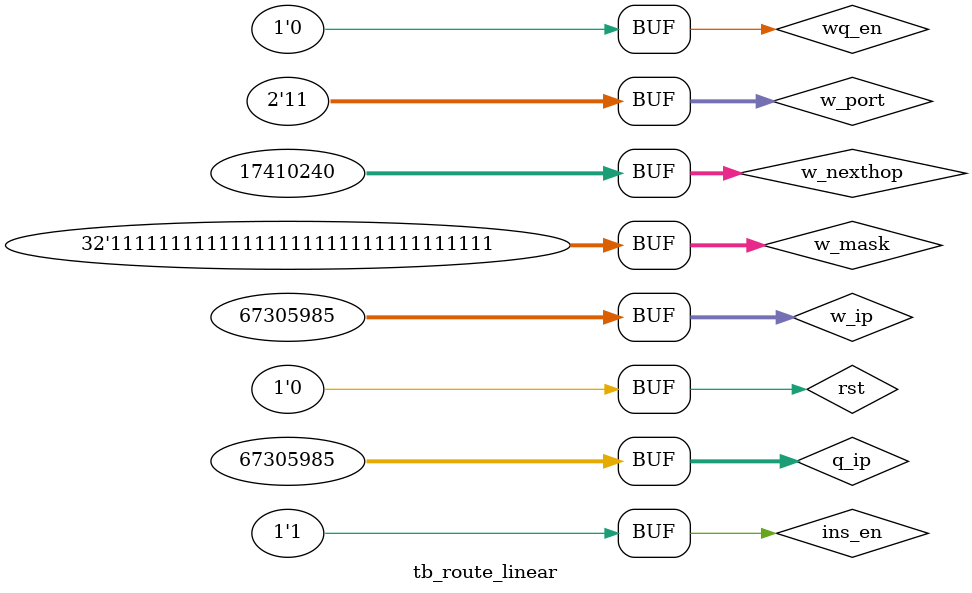
<source format=v>
`timescale 1ns / 1ps
module tb_route_linear #(parameter CACHE_ADDR_WIDTH = 2)
                        ();
    reg rst;
    initial begin
        rst = 1;
        #5
        rst = 0;
    end
    
    wire clk_125M;
    
    clock clock_i(
    .clk_125M(clk_125M)
    );
    
    reg wq_en;
    reg ins_en;
    reg[31:0] w_ip;
    reg[31:0] w_mask;
    reg[1:0] w_port;
    reg[31:0] w_nexthop;
    reg[31:0] q_ip;
    wire[31:0] q_nexthop;
    wire[1:0] q_port;
    wire q_found;
    
    router_linear #(
    .CACHE_ADDR_WIDTH(CACHE_ADDR_WIDTH)
    ) router_linear_module(
    .clk(clk_125M),
    .rst(rst),
    .wq_en(wq_en),
    .ins_en(ins_en),
    .w_ip(w_ip),
    .w_mask(w_mask),
    .w_port(w_port),
    .w_nexthop(w_nexthop),
    .q_ip(q_ip),
    .q_nexthop(q_nexthop),
    .q_port(q_port),
    .q_found(q_found)
    );
    // Software Lookup Testcase 3
    // Input:
    // I,0x00030201,24,2,0x0203a8c0
    // I,0x04030201,32,3,0x0109a8c0
    // Q,0x04030201
    // Q,0x01030201
    // Q,0x00000000
    // D,0x04030201,32
    // Q,0x04030201
    // Q,0x01030201
    // Q,0x00000000
    // D,0x00030201,24
    // Q,0x04030201
    // Q,0x01030201
    // Q,0x00000000
    
    // Expected Output:
    // 0x0109a8c0 3
    // 0x0203a8c0 2
    // Not Found
    // 0x0203a8c0 2
    // 0x0203a8c0 2
    // Not Found
    // Not Found
    // Not Found
    // Not Found
    
    initial begin
        #20
        wq_en = 1;
        ins_en = 1;
        w_ip  = 32'h00030201;
        w_mask = 32'hffffff00;
        w_port = 2;
        w_nexthop = 32'h0203a8c0;
        #20
        wq_en = 0;

        #20
        wq_en = 1;
        ins_en = 1;
        w_ip  = 32'h04030201;
        w_mask = 32'hffffffff;
        w_port = 3;
        w_nexthop = 32'h0109a8c0;
        #20
        wq_en = 0;

        #20
        wq_en = 0;
        q_ip  = 32'h04030201;

        #20
        wq_en = 0;
        q_ip  = 32'h04030201;

    end
endmodule

</source>
